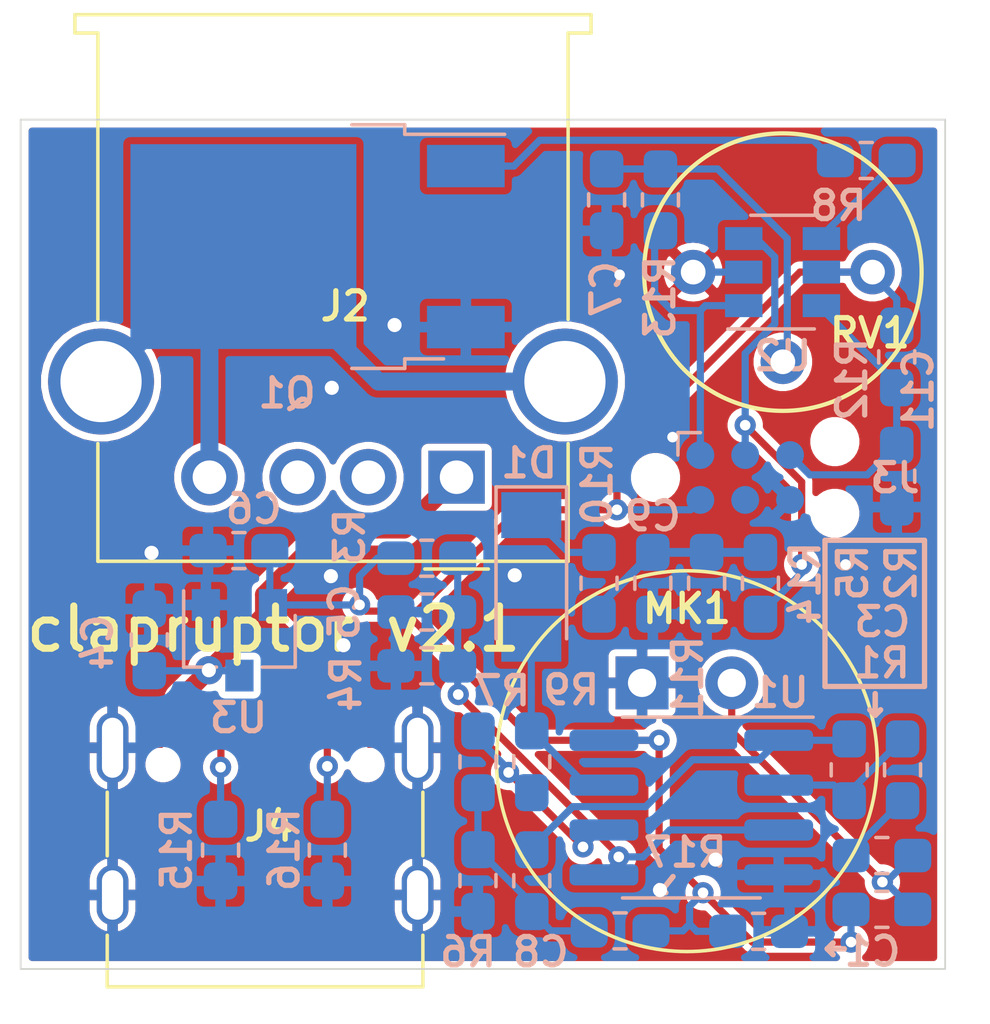
<source format=kicad_pcb>
(kicad_pcb (version 20171130) (host pcbnew "(5.1.8-0-10_14)")
  (layers (0 F.Cu signal) (31 B.Cu signal) (34 B.Paste user) (35 F.Paste user) (36 B.SilkS user) (37 F.SilkS user) (38 B.Mask user) (39 F.Mask user) (44 Edge.Cuts user))
  (net 0 "")
  (net 1 GND)
  (net 2 "Net-(C3-Pad2)")
  (net 3 "Net-(C3-Pad1)")
  (net 4 VCC)
  (net 5 Vref)
  (net 6 "Net-(C8-Pad2)")
  (net 7 "Net-(C8-Pad1)")
  (net 8 sig)
  (net 9 "Net-(D1-Pad2)")
  (net 10 "Net-(D1-Pad1)")
  (net 11 Vswitch)
  (net 12 "Net-(Q1-Pad1)")
  (net 13 "Net-(R2-Pad1)")
  (net 14 "Net-(R7-Pad1)")
  (net 15 ctrl)
  (net 16 nReset)
  (net 17 tpiclk)
  (net 18 tpidata)
  (net 19 "Net-(J2-Pad3)")
  (net 20 "Net-(J2-Pad2)")
  (net 21 "Net-(J3-Pad4)")
  (net 22 "Net-(J4-PadB5)")
  (net 23 "Net-(J4-PadB6)")
  (net 24 "Net-(J4-PadA8)")
  (net 25 "Net-(J4-PadA5)")
  (net 26 "Net-(J4-PadB8)")
  (net 27 "Net-(J4-PadA7)")
  (net 28 "Net-(J4-PadA6)")
  (net 29 "Net-(J4-PadB7)")
  (net 30 vCPU)
  (net 31 1.1v)
  (module Resistor_SMD:R_0603_1608Metric_Pad1.05x0.95mm_HandSolder (layer B.Cu) (at 168.656 79.897 90)
    (fp_text reference R12 (at -0.635 -1.27 270) (layer B.SilkS) (effects (font (size 0.8 0.8)) (justify mirror)))
    (fp_text value 10k)
    (fp_line (start -0.171267 0.51) (end 0.171267 0.51) (layer B.SilkS) (width 0.1))
    (fp_line (start -0.171267 -0.51) (end 0.171267 -0.51) (layer B.SilkS) (width 0.1))
    (pad 2 smd roundrect (at 0.875 0 90) (size 1.05 0.95) (layers B.Cu B.Paste B.Mask) (net 30 vCPU))
    (pad 1 smd roundrect (at -0.875 0 90) (size 1.05 0.95) (layers B.Cu B.Paste B.Mask) (net 16 nReset))
  )
  (module Potentiometer_THT:Potentiometer_Bourns_3339P_Vertical (layer F.Cu) (at 167.9702 77.4954 90)
    (fp_text reference RV1 (at -1.7272 -0.0762 180) (layer F.SilkS) (effects (font (size 0.8 0.8))))
    (fp_text value 20k)
    (fp_circle (center 0 -2.54) (end 3.93 -2.54) (layer F.SilkS) (width 0.12))
    (pad 1 thru_hole circle (at 0 0 90) (size 1.26 1.26) (drill 0.7) (layers *.Cu *.Mask) (net 30 vCPU))
    (pad 2 thru_hole circle (at -2.54 -2.54 90) (size 1.26 1.26) (drill 0.7) (layers *.Cu *.Mask) (net 5 Vref))
    (pad 3 thru_hole circle (at 0 -5.08 90) (size 1.26 1.26) (drill 0.7) (layers *.Cu *.Mask) (net 1 GND))
  )
  (module Resistor_SMD:R_0603_1608Metric_Pad1.05x0.95mm_HandSolder (layer B.Cu) (at 167.7924 74.3344)
    (fp_text reference R8 (at -0.7874 1.2814 180) (layer B.SilkS) (effects (font (size 0.8 0.8)) (justify mirror)))
    (fp_text value 330)
    (fp_line (start -0.171267 0.51) (end 0.171267 0.51) (layer B.SilkS) (width 0.1))
    (fp_line (start -0.171267 -0.51) (end 0.171267 -0.51) (layer B.SilkS) (width 0.1))
    (pad 2 smd roundrect (at 0.875 0) (size 1.05 0.95) (layers B.Cu B.Paste B.Mask) (net 15 ctrl))
    (pad 1 smd roundrect (at -0.875 0) (size 1.05 0.95) (layers B.Cu B.Paste B.Mask) (net 12 "Net-(Q1-Pad1)"))
  )
  (module Capacitor_SMD:C_0603_1608Metric_Pad1.05x0.95mm_HandSolder (layer B.Cu) (at 164.7431 96.1644)
    (fp_text reference C1 (at 3.2271 0.5715 180) (layer B.SilkS) (effects (font (size 0.8 0.8)) (justify mirror)))
    (fp_text value 100nF)
    (fp_line (start -0.171267 0.51) (end 0.171267 0.51) (layer B.SilkS) (width 0.1))
    (fp_line (start -0.171267 -0.51) (end 0.171267 -0.51) (layer B.SilkS) (width 0.1))
    (pad 2 smd roundrect (at 0.875 0) (size 1.05 0.95) (layers B.Cu B.Paste B.Mask) (net 1 GND))
    (pad 1 smd roundrect (at -0.875 0) (size 1.05 0.95) (layers B.Cu B.Paste B.Mask) (net 30 vCPU))
  )
  (module Resistor_SMD:R_0603_1608Metric_Pad1.05x0.95mm_HandSolder (layer B.Cu) (at 158.3182 91.3625 270)
    (fp_text reference R9 (at -2.0307 -1.1176 180) (layer B.SilkS) (effects (font (size 0.8 0.8)) (justify mirror)))
    (fp_text value 20k)
    (fp_line (start -0.171267 0.51) (end 0.171267 0.51) (layer B.SilkS) (width 0.1))
    (fp_line (start -0.171267 -0.51) (end 0.171267 -0.51) (layer B.SilkS) (width 0.1))
    (pad 2 smd roundrect (at 0.875 0 270) (size 1.05 0.95) (layers B.Cu B.Paste B.Mask) (net 14 "Net-(R7-Pad1)"))
    (pad 1 smd roundrect (at -0.875 0 270) (size 1.05 0.95) (layers B.Cu B.Paste B.Mask) (net 9 "Net-(D1-Pad2)"))
  )
  (module Package_DIP:electret_microphone_10mm (layer F.Cu) (at 162.7124 89.1286 270)
    (fp_text reference MK1 (at -2.1 0) (layer F.SilkS) (effects (font (size 0.8 0.8))))
    (fp_text value Microphone_Condenser)
    (fp_circle (center 2.216894 0) (end -0.835073 -4.445) (layer F.SilkS) (width 0.1))
    (pad 1 thru_hole rect (at 0 1.27 270) (size 1.5 1.5) (drill 0.8) (layers *.Cu *.Mask) (net 1 GND))
    (pad 2 thru_hole oval (at 0 -1.27 270) (size 1.5 1.5) (drill 0.8) (layers *.Cu *.Mask) (net 2 "Net-(C3-Pad2)"))
  )
  (module Resistor_SMD:R_0603_1608Metric_Pad1.05x0.95mm_HandSolder (layer B.Cu) (at 163.2712 86.3079 90)
    (fp_text reference R11 (at -2.6683 -0.5334 270) (layer B.SilkS) (effects (font (size 0.8 0.8)) (justify mirror)))
    (fp_text value 1M)
    (fp_line (start -0.171267 0.51) (end 0.171267 0.51) (layer B.SilkS) (width 0.1))
    (fp_line (start -0.171267 -0.51) (end 0.171267 -0.51) (layer B.SilkS) (width 0.1))
    (pad 2 smd roundrect (at 0.875 0 90) (size 1.05 0.95) (layers B.Cu B.Paste B.Mask) (net 8 sig))
    (pad 1 smd roundrect (at -0.875 0 90) (size 1.05 0.95) (layers B.Cu B.Paste B.Mask) (net 1 GND))
  )
  (module Capacitor_SMD:C_0603_1608Metric_Pad1.05x0.95mm_HandSolder (layer B.Cu) (at 161.7472 86.3079 90)
    (fp_text reference C9 (at 1.9037 0) (layer B.SilkS) (effects (font (size 0.8 0.8)) (justify mirror)))
    (fp_text value 47nF)
    (fp_line (start -0.171267 0.51) (end 0.171267 0.51) (layer B.SilkS) (width 0.1))
    (fp_line (start -0.171267 -0.51) (end 0.171267 -0.51) (layer B.SilkS) (width 0.1))
    (pad 2 smd roundrect (at 0.875 0 90) (size 1.05 0.95) (layers B.Cu B.Paste B.Mask) (net 8 sig))
    (pad 1 smd roundrect (at -0.875 0 90) (size 1.05 0.95) (layers B.Cu B.Paste B.Mask) (net 1 GND))
  )
  (module Resistor_SMD:R_0603_1608Metric_Pad1.05x0.95mm_HandSolder (layer B.Cu) (at 164.7952 86.3079 90)
    (fp_text reference R14 (at -0.0013 1.27 90) (layer B.SilkS) (effects (font (size 0.8 0.8)) (justify mirror)))
    (fp_text value 1k)
    (fp_line (start -0.171267 0.51) (end 0.171267 0.51) (layer B.SilkS) (width 0.1))
    (fp_line (start -0.171267 -0.51) (end 0.171267 -0.51) (layer B.SilkS) (width 0.1))
    (pad 2 smd roundrect (at 0.875 0 90) (size 1.05 0.95) (layers B.Cu B.Paste B.Mask) (net 8 sig))
    (pad 1 smd roundrect (at -0.875 0 90) (size 1.05 0.95) (layers B.Cu B.Paste B.Mask) (net 17 tpiclk))
  )
  (module Resistor_SMD:R_0603_1608Metric_Pad1.05x0.95mm_HandSolder (layer B.Cu) (at 160.8201 96.1517)
    (fp_text reference R17 (at 1.8415 -2.2225 180) (layer B.SilkS) (effects (font (size 0.8 0.8)) (justify mirror)))
    (fp_text value 1k)
    (fp_line (start -0.171267 0.51) (end 0.171267 0.51) (layer B.SilkS) (width 0.1))
    (fp_line (start -0.171267 -0.51) (end 0.171267 -0.51) (layer B.SilkS) (width 0.1))
    (pad 2 smd roundrect (at 0.875 0) (size 1.05 0.95) (layers B.Cu B.Paste B.Mask) (net 30 vCPU))
    (pad 1 smd roundrect (at -0.875 0) (size 1.05 0.95) (layers B.Cu B.Paste B.Mask) (net 7 "Net-(C8-Pad1)"))
  )
  (module Capacitor_SMD:C_0603_1608Metric_Pad1.05x0.95mm_HandSolder (layer B.Cu) (at 168.656 83.2752 270)
    (fp_text reference C11 (at -2.427 -0.6096 270) (layer B.SilkS) (effects (font (size 0.8 0.8)) (justify mirror)))
    (fp_text value 1uF)
    (fp_line (start -0.171267 0.51) (end 0.171267 0.51) (layer B.SilkS) (width 0.1))
    (fp_line (start -0.171267 -0.51) (end 0.171267 -0.51) (layer B.SilkS) (width 0.1))
    (pad 2 smd roundrect (at 0.875 0 270) (size 1.05 0.95) (layers B.Cu B.Paste B.Mask) (net 1 GND))
    (pad 1 smd roundrect (at -0.875 0 270) (size 1.05 0.95) (layers B.Cu B.Paste B.Mask) (net 16 nReset))
  )
  (module Diode_SMD:D_MiniMELF (layer B.Cu) (at 158.3055 86.1288 270)
    (fp_text reference D1 (at -3.2232 0.0635) (layer B.SilkS) (effects (font (size 0.8 0.8)) (justify mirror)))
    (fp_text value LL4148)
    (fp_line (start 1.75 1) (end -2.55 1) (layer B.SilkS) (width 0.1))
    (fp_line (start -2.55 1) (end -2.55 -1) (layer B.SilkS) (width 0.1))
    (fp_line (start -2.55 -1) (end 1.75 -1) (layer B.SilkS) (width 0.1))
    (pad 2 smd rect (at 1.75 0 270) (size 1.3 1.7) (layers B.Cu B.Paste B.Mask) (net 9 "Net-(D1-Pad2)"))
    (pad 1 smd rect (at -1.75 0 270) (size 1.3 1.7) (layers B.Cu B.Paste B.Mask) (net 10 "Net-(D1-Pad1)"))
  )
  (module Resistor_SMD:R_0603_1608Metric_Pad1.05x0.95mm_HandSolder (layer B.Cu) (at 152.527 93.8644 90)
    (fp_text reference R16 (at 0.0114 -1.2192 270) (layer B.SilkS) (effects (font (size 0.8 0.8)) (justify mirror)))
    (fp_text value 5.1k)
    (fp_line (start -0.171267 0.51) (end 0.171267 0.51) (layer B.SilkS) (width 0.1))
    (fp_line (start -0.171267 -0.51) (end 0.171267 -0.51) (layer B.SilkS) (width 0.1))
    (pad 2 smd roundrect (at 0.875 0 90) (size 1.05 0.95) (layers B.Cu B.Paste B.Mask) (net 22 "Net-(J4-PadB5)"))
    (pad 1 smd roundrect (at -0.875 0 90) (size 1.05 0.95) (layers B.Cu B.Paste B.Mask) (net 1 GND))
  )
  (module Resistor_SMD:R_0603_1608Metric_Pad1.05x0.95mm_HandSolder (layer B.Cu) (at 149.5044 93.8644 90)
    (fp_text reference R15 (at 0.0114 -1.2446 270) (layer B.SilkS) (effects (font (size 0.8 0.8)) (justify mirror)))
    (fp_text value 5.1k)
    (fp_line (start -0.171267 0.51) (end 0.171267 0.51) (layer B.SilkS) (width 0.1))
    (fp_line (start -0.171267 -0.51) (end 0.171267 -0.51) (layer B.SilkS) (width 0.1))
    (pad 2 smd roundrect (at 0.875 0 90) (size 1.05 0.95) (layers B.Cu B.Paste B.Mask) (net 25 "Net-(J4-PadA5)"))
    (pad 1 smd roundrect (at -0.875 0 90) (size 1.05 0.95) (layers B.Cu B.Paste B.Mask) (net 1 GND))
  )
  (module Connector_USB:USB_C_Receptacle_Palconn_UTC16-G (layer F.Cu) (at 150.7637 92.8957)
    (fp_text reference J4 (at 0.1123 0.2969) (layer F.SilkS) (effects (font (size 0.8 0.8))))
    (fp_text value USB_C_Receptacle_USB2.0)
    (fp_line (start 4.47 4.84) (end -4.47 4.84) (layer F.SilkS) (width 0.1))
    (fp_line (start 4.47 -0.67) (end 4.47 1.13) (layer F.SilkS) (width 0.1))
    (fp_line (start 4.47 4.84) (end 4.47 3.38) (layer F.SilkS) (width 0.1))
    (fp_line (start -4.47 4.84) (end -4.47 3.38) (layer F.SilkS) (width 0.1))
    (fp_line (start -4.47 -0.67) (end -4.47 1.13) (layer F.SilkS) (width 0.1))
    (pad A12 smd rect (at 3.2 -2.51) (size 0.6 1.16) (layers F.Cu F.Paste F.Mask) (net 1 GND))
    (pad A9 smd rect (at 2.4 -2.51) (size 0.6 1.16) (layers F.Cu F.Paste F.Mask) (net 4 VCC))
    (pad B1 smd rect (at 3.2 -2.51) (size 0.6 1.16) (layers F.Cu F.Paste F.Mask) (net 1 GND))
    (pad B4 smd rect (at 2.4 -2.51) (size 0.6 1.16) (layers F.Cu F.Paste F.Mask) (net 4 VCC))
    (pad B12 smd rect (at -3.2 -2.51) (size 0.6 1.16) (layers F.Cu F.Paste F.Mask) (net 1 GND))
    (pad A1 smd rect (at -3.2 -2.51) (size 0.6 1.16) (layers F.Cu F.Paste F.Mask) (net 1 GND))
    (pad B9 smd rect (at -2.4 -2.51) (size 0.6 1.16) (layers F.Cu F.Paste F.Mask) (net 4 VCC))
    (pad A4 smd rect (at -2.4 -2.51) (size 0.6 1.16) (layers F.Cu F.Paste F.Mask) (net 4 VCC))
    (pad "" np_thru_hole circle (at -2.89 -1.45 180) (size 0.6 0.6) (drill 0.6) (layers *.Cu *.Mask))
    (pad "" np_thru_hole circle (at 2.89 -1.45 180) (size 0.6 0.6) (drill 0.6) (layers *.Cu *.Mask))
    (pad B5 smd rect (at 1.75 -2.51 180) (size 0.3 1.16) (layers F.Cu F.Paste F.Mask) (net 22 "Net-(J4-PadB5)"))
    (pad B6 smd rect (at 0.75 -2.51 180) (size 0.3 1.16) (layers F.Cu F.Paste F.Mask) (net 23 "Net-(J4-PadB6)"))
    (pad A8 smd rect (at 1.25 -2.51 180) (size 0.3 1.16) (layers F.Cu F.Paste F.Mask) (net 24 "Net-(J4-PadA8)"))
    (pad A5 smd rect (at -1.25 -2.51 180) (size 0.3 1.16) (layers F.Cu F.Paste F.Mask) (net 25 "Net-(J4-PadA5)"))
    (pad B8 smd rect (at -1.75 -2.51 180) (size 0.3 1.16) (layers F.Cu F.Paste F.Mask) (net 26 "Net-(J4-PadB8)"))
    (pad A7 smd rect (at 0.25 -2.51 180) (size 0.3 1.16) (layers F.Cu F.Paste F.Mask) (net 27 "Net-(J4-PadA7)"))
    (pad A6 smd rect (at -0.25 -2.51 180) (size 0.3 1.16) (layers F.Cu F.Paste F.Mask) (net 28 "Net-(J4-PadA6)"))
    (pad B7 smd rect (at -0.75 -2.51 180) (size 0.3 1.16) (layers F.Cu F.Paste F.Mask) (net 29 "Net-(J4-PadB7)"))
    (pad S1 thru_hole oval (at 4.32 2.24 90) (size 1.7 0.9) (drill oval 1.4 0.6) (layers *.Cu *.Mask) (net 1 GND))
    (pad S1 thru_hole oval (at -4.32 2.24 90) (size 1.7 0.9) (drill oval 1.4 0.6) (layers *.Cu *.Mask) (net 1 GND))
    (pad S1 thru_hole oval (at 4.32 -1.93 90) (size 2 0.9) (drill oval 1.7 0.6) (layers *.Cu *.Mask) (net 1 GND))
    (pad S1 thru_hole oval (at -4.32 -1.93 90) (size 2 0.9) (drill oval 1.7 0.6) (layers *.Cu *.Mask) (net 1 GND))
  )
  (module Connector:Tag-Connect_TC2030-IDC-NL_2x03_P1.27mm_Vertical (layer B.Cu) (at 164.3634 83.312)
    (fp_text reference J3 (at 4.2418 0.0127) (layer B.SilkS) (effects (font (size 0.8 0.8)) (justify mirror)))
    (fp_text value AVR-TPI-6)
    (fp_line (start -1.27 -1.27) (end -1.905 -1.27) (layer B.SilkS) (width 0.1))
    (fp_line (start -1.905 -1.27) (end -1.905 -0.635) (layer B.SilkS) (width 0.1))
    (pad 6 connect circle (at 1.27 0.635) (size 0.7874 0.7874) (layers B.Cu B.Mask) (net 1 GND))
    (pad 5 connect circle (at 1.27 -0.635) (size 0.7874 0.7874) (layers B.Cu B.Mask) (net 16 nReset))
    (pad 4 connect circle (at 0 0.635) (size 0.7874 0.7874) (layers B.Cu B.Mask) (net 21 "Net-(J3-Pad4)"))
    (pad 3 connect circle (at 0 -0.635) (size 0.7874 0.7874) (layers B.Cu B.Mask) (net 17 tpiclk))
    (pad 2 connect circle (at -1.27 0.635) (size 0.7874 0.7874) (layers B.Cu B.Mask) (net 30 vCPU))
    (pad 1 connect circle (at -1.27 -0.635) (size 0.7874 0.7874) (layers B.Cu B.Mask) (net 18 tpidata))
    (pad "" np_thru_hole circle (at -2.54 0) (size 0.9906 0.9906) (drill 0.9906) (layers *.Cu *.Mask))
    (pad "" np_thru_hole circle (at 2.54 -1.016) (size 0.9906 0.9906) (drill 0.9906) (layers *.Cu *.Mask))
    (pad "" np_thru_hole circle (at 2.54 1.016) (size 0.9906 0.9906) (drill 0.9906) (layers *.Cu *.Mask))
  )
  (module Resistor_SMD:R_0603_1608Metric_Pad1.05x0.95mm_HandSolder (layer B.Cu) (at 161.9631 75.4494 90)
    (fp_text reference R13 (at -2.7572 -0.0127 90) (layer B.SilkS) (effects (font (size 0.8 0.8)) (justify mirror)))
    (fp_text value 1k)
    (fp_line (start -0.171267 0.51) (end 0.171267 0.51) (layer B.SilkS) (width 0.1))
    (fp_line (start -0.171267 -0.51) (end 0.171267 -0.51) (layer B.SilkS) (width 0.1))
    (pad 2 smd roundrect (at 0.875 0 90) (size 1.05 0.95) (layers B.Cu B.Paste B.Mask) (net 5 Vref))
    (pad 1 smd roundrect (at -0.875 0 90) (size 1.05 0.95) (layers B.Cu B.Paste B.Mask) (net 18 tpidata))
  )
  (module Package_TO_SOT_SMD:SOT-23 (layer B.Cu) (at 150.0378 87.9221 270)
    (fp_text reference U3 (at 2.1971 0.0254) (layer B.SilkS) (effects (font (size 0.8 0.8)) (justify mirror)))
    (fp_text value XC6206PxxxMR)
    (fp_line (start 0.76 -1.58) (end 0.76 -0.65) (layer B.SilkS) (width 0.1))
    (fp_line (start 0.76 1.58) (end 0.76 0.65) (layer B.SilkS) (width 0.1))
    (fp_line (start 0.76 1.58) (end -1.4 1.58) (layer B.SilkS) (width 0.1))
    (fp_line (start 0.76 -1.58) (end -0.7 -1.58) (layer B.SilkS) (width 0.1))
    (pad 3 smd rect (at 1 0 270) (size 0.9 0.8) (layers B.Cu B.Paste B.Mask) (net 4 VCC))
    (pad 2 smd rect (at -1 -0.95 270) (size 0.9 0.8) (layers B.Cu B.Paste B.Mask) (net 30 vCPU))
    (pad 1 smd rect (at -1 0.95 270) (size 0.9 0.8) (layers B.Cu B.Paste B.Mask) (net 1 GND))
  )
  (module Package_TO_SOT_SMD:SOT-23-6 (layer B.Cu) (at 165.4224 77.4954)
    (fp_text reference U2 (at 0.0049 2.3749 180) (layer B.SilkS) (effects (font (size 0.8 0.8)) (justify mirror)))
    (fp_text value ATtiny10-TS)
    (fp_line (start -0.9 -1.61) (end 0.9 -1.61) (layer B.SilkS) (width 0.1))
    (fp_line (start 0.9 1.61) (end -1.55 1.61) (layer B.SilkS) (width 0.1))
    (pad 5 smd rect (at 1.1 0) (size 1.06 0.65) (layers B.Cu B.Paste B.Mask) (net 30 vCPU))
    (pad 6 smd rect (at 1.1 0.95) (size 1.06 0.65) (layers B.Cu B.Paste B.Mask) (net 16 nReset))
    (pad 4 smd rect (at 1.1 -0.95) (size 1.06 0.65) (layers B.Cu B.Paste B.Mask) (net 15 ctrl))
    (pad 3 smd rect (at -1.1 -0.95) (size 1.06 0.65) (layers B.Cu B.Paste B.Mask) (net 17 tpiclk))
    (pad 2 smd rect (at -1.1 0) (size 1.06 0.65) (layers B.Cu B.Paste B.Mask) (net 1 GND))
    (pad 1 smd rect (at -1.1 0.95) (size 1.06 0.65) (layers B.Cu B.Paste B.Mask) (net 18 tpidata))
  )
  (module Package_SO:SOIC-8_3.9x4.9mm_P1.27mm (layer B.Cu) (at 162.8379 92.6592 180)
    (fp_text reference U1 (at -2.5161 3.2512) (layer B.SilkS) (effects (font (size 0.8 0.8)) (justify mirror)))
    (fp_text value LM358)
    (fp_line (start 0 -2.56) (end 1.95 -2.56) (layer B.SilkS) (width 0.1))
    (fp_line (start 0 -2.56) (end -1.95 -2.56) (layer B.SilkS) (width 0.1))
    (fp_line (start 0 2.56) (end 1.95 2.56) (layer B.SilkS) (width 0.1))
    (fp_line (start 0 2.56) (end -3.45 2.56) (layer B.SilkS) (width 0.1))
    (pad 8 smd roundrect (at 2.475 1.905 180) (size 1.95 0.6) (layers B.Cu B.Paste B.Mask) (net 30 vCPU))
    (pad 7 smd roundrect (at 2.475 0.635 180) (size 1.95 0.6) (layers B.Cu B.Paste B.Mask) (net 9 "Net-(D1-Pad2)"))
    (pad 6 smd roundrect (at 2.475 -0.635 180) (size 1.95 0.6) (layers B.Cu B.Paste B.Mask) (net 14 "Net-(R7-Pad1)"))
    (pad 5 smd roundrect (at 2.475 -1.905 180) (size 1.95 0.6) (layers B.Cu B.Paste B.Mask) (net 31 1.1v))
    (pad 4 smd roundrect (at -2.475 -1.905 180) (size 1.95 0.6) (layers B.Cu B.Paste B.Mask) (net 1 GND))
    (pad 3 smd roundrect (at -2.475 -0.635 180) (size 1.95 0.6) (layers B.Cu B.Paste B.Mask) (net 31 1.1v))
    (pad 2 smd roundrect (at -2.475 0.635 180) (size 1.95 0.6) (layers B.Cu B.Paste B.Mask) (net 13 "Net-(R2-Pad1)"))
    (pad 1 smd roundrect (at -2.475 1.905 180) (size 1.95 0.6) (layers B.Cu B.Paste B.Mask) (net 6 "Net-(C8-Pad2)"))
  )
  (module Resistor_SMD:R_0603_1608Metric_Pad1.05x0.95mm_HandSolder (layer B.Cu) (at 160.2232 86.3079 90)
    (fp_text reference R10 (at 2.8181 -0.0508 90) (layer B.SilkS) (effects (font (size 0.8 0.8)) (justify mirror)))
    (fp_text value 5.1k)
    (fp_line (start -0.171267 0.51) (end 0.171267 0.51) (layer B.SilkS) (width 0.1))
    (fp_line (start -0.171267 -0.51) (end 0.171267 -0.51) (layer B.SilkS) (width 0.1))
    (pad 2 smd roundrect (at 0.875 0 90) (size 1.05 0.95) (layers B.Cu B.Paste B.Mask) (net 10 "Net-(D1-Pad1)"))
    (pad 1 smd roundrect (at -0.875 0 90) (size 1.05 0.95) (layers B.Cu B.Paste B.Mask) (net 8 sig))
  )
  (module Resistor_SMD:R_0603_1608Metric_Pad1.05x0.95mm_HandSolder (layer B.Cu) (at 156.7942 91.3651 270)
    (fp_text reference R7 (at -2.0079 -0.6858) (layer B.SilkS) (effects (font (size 0.8 0.8)) (justify mirror)))
    (fp_text value 10k)
    (fp_line (start -0.171267 0.51) (end 0.171267 0.51) (layer B.SilkS) (width 0.1))
    (fp_line (start -0.171267 -0.51) (end 0.171267 -0.51) (layer B.SilkS) (width 0.1))
    (pad 2 smd roundrect (at 0.875 0 270) (size 1.05 0.95) (layers B.Cu B.Paste B.Mask) (net 7 "Net-(C8-Pad1)"))
    (pad 1 smd roundrect (at -0.875 0 270) (size 1.05 0.95) (layers B.Cu B.Paste B.Mask) (net 14 "Net-(R7-Pad1)"))
  )
  (module Resistor_SMD:R_0603_1608Metric_Pad1.05x0.95mm_HandSolder (layer B.Cu) (at 156.7942 94.728 90)
    (fp_text reference R6 (at -2.0206 -0.2794) (layer B.SilkS) (effects (font (size 0.8 0.8)) (justify mirror)))
    (fp_text value 510)
    (fp_line (start -0.171267 0.51) (end 0.171267 0.51) (layer B.SilkS) (width 0.1))
    (fp_line (start -0.171267 -0.51) (end 0.171267 -0.51) (layer B.SilkS) (width 0.1))
    (pad 2 smd roundrect (at 0.875 0 90) (size 1.05 0.95) (layers B.Cu B.Paste B.Mask) (net 7 "Net-(C8-Pad1)"))
    (pad 1 smd roundrect (at -0.875 0 90) (size 1.05 0.95) (layers B.Cu B.Paste B.Mask) (net 1 GND))
  )
  (module Resistor_SMD:R_0603_1608Metric_Pad1.05x0.95mm_HandSolder (layer B.Cu) (at 167.3098 91.5911 270)
    (fp_text reference R5 (at -5.5867 -0.1016 90) (layer B.SilkS) (effects (font (size 0.8 0.8)) (justify mirror)))
    (fp_text value 470k)
    (fp_line (start -0.171267 0.51) (end 0.171267 0.51) (layer B.SilkS) (width 0.1))
    (fp_line (start -0.171267 -0.51) (end 0.171267 -0.51) (layer B.SilkS) (width 0.1))
    (pad 2 smd roundrect (at 0.875 0 270) (size 1.05 0.95) (layers B.Cu B.Paste B.Mask) (net 13 "Net-(R2-Pad1)"))
    (pad 1 smd roundrect (at -0.875 0 270) (size 1.05 0.95) (layers B.Cu B.Paste B.Mask) (net 6 "Net-(C8-Pad2)"))
  )
  (module Resistor_SMD:R_0603_1608Metric_Pad1.05x0.95mm_HandSolder (layer B.Cu) (at 155.34516 88.646)
    (fp_text reference R4 (at -2.28476 0.508 90) (layer B.SilkS) (effects (font (size 0.8 0.8)) (justify mirror)))
    (fp_text value 10k)
    (fp_line (start -0.171267 0.51) (end 0.171267 0.51) (layer B.SilkS) (width 0.1))
    (fp_line (start -0.171267 -0.51) (end 0.171267 -0.51) (layer B.SilkS) (width 0.1))
    (pad 2 smd roundrect (at 0.875 0) (size 1.05 0.95) (layers B.Cu B.Paste B.Mask) (net 31 1.1v))
    (pad 1 smd roundrect (at -0.875 0) (size 1.05 0.95) (layers B.Cu B.Paste B.Mask) (net 1 GND))
  )
  (module Resistor_SMD:R_0603_1608Metric_Pad1.05x0.95mm_HandSolder (layer B.Cu) (at 155.34516 85.598 180)
    (fp_text reference R3 (at 2.18316 0.6096 90) (layer B.SilkS) (effects (font (size 0.8 0.8)) (justify mirror)))
    (fp_text value 20k)
    (fp_line (start -0.171267 0.51) (end 0.171267 0.51) (layer B.SilkS) (width 0.1))
    (fp_line (start -0.171267 -0.51) (end 0.171267 -0.51) (layer B.SilkS) (width 0.1))
    (pad 2 smd roundrect (at 0.875 0 180) (size 1.05 0.95) (layers B.Cu B.Paste B.Mask) (net 30 vCPU))
    (pad 1 smd roundrect (at -0.875 0 180) (size 1.05 0.95) (layers B.Cu B.Paste B.Mask) (net 31 1.1v))
  )
  (module Resistor_SMD:R_0603_1608Metric_Pad1.05x0.95mm_HandSolder (layer B.Cu) (at 168.8211 91.5911 270)
    (fp_text reference R2 (at -5.5867 0.0381 270) (layer B.SilkS) (effects (font (size 0.8 0.8)) (justify mirror)))
    (fp_text value 10k)
    (fp_line (start -0.171267 0.51) (end 0.171267 0.51) (layer B.SilkS) (width 0.1))
    (fp_line (start -0.171267 -0.51) (end 0.171267 -0.51) (layer B.SilkS) (width 0.1))
    (pad 2 smd roundrect (at 0.875 0 270) (size 1.05 0.95) (layers B.Cu B.Paste B.Mask) (net 3 "Net-(C3-Pad1)"))
    (pad 1 smd roundrect (at -0.875 0 270) (size 1.05 0.95) (layers B.Cu B.Paste B.Mask) (net 13 "Net-(R2-Pad1)"))
  )
  (module Resistor_SMD:R_0603_1608Metric_Pad1.05x0.95mm_HandSolder (layer B.Cu) (at 168.2356 95.5421)
    (fp_text reference R1 (at 0 -6.9723) (layer B.SilkS) (effects (font (size 0.8 0.8)) (justify mirror)))
    (fp_text value 2.2k)
    (fp_line (start -0.171267 0.51) (end 0.171267 0.51) (layer B.SilkS) (width 0.1))
    (fp_line (start -0.171267 -0.51) (end 0.171267 -0.51) (layer B.SilkS) (width 0.1))
    (pad 2 smd roundrect (at 0.875 0) (size 1.05 0.95) (layers B.Cu B.Paste B.Mask) (net 2 "Net-(C3-Pad2)"))
    (pad 1 smd roundrect (at -0.875 0) (size 1.05 0.95) (layers B.Cu B.Paste B.Mask) (net 30 vCPU))
  )
  (module Package_TO_SOT_SMD:TO-252-2 (layer B.Cu) (at 152.2507 76.7725 180)
    (fp_text reference Q1 (at 0.8667 -4.1519 180) (layer B.SilkS) (effects (font (size 0.8 0.8)) (justify mirror)))
    (fp_text value QM6006D)
    (fp_line (start -0.97 3.45) (end -2.47 3.45) (layer B.SilkS) (width 0.1))
    (fp_line (start -2.47 3.45) (end -2.47 3.18) (layer B.SilkS) (width 0.1))
    (fp_line (start -2.47 3.18) (end -5.3 3.18) (layer B.SilkS) (width 0.1))
    (fp_line (start -0.97 -3.45) (end -2.47 -3.45) (layer B.SilkS) (width 0.1))
    (fp_line (start -2.47 -3.45) (end -2.47 -3.18) (layer B.SilkS) (width 0.1))
    (fp_line (start -2.47 -3.18) (end -3.57 -3.18) (layer B.SilkS) (width 0.1))
    (pad 2 smd rect (at 2.1 0 180) (size 6.4 5.8) (layers B.Cu B.Mask) (net 11 Vswitch))
    (pad 3 smd rect (at -4.2 -2.28 180) (size 2.2 1.2) (layers B.Cu B.Paste B.Mask) (net 1 GND))
    (pad 1 smd rect (at -4.2 2.28 180) (size 2.2 1.2) (layers B.Cu B.Paste B.Mask) (net 12 "Net-(Q1-Pad1)"))
  )
  (module Connector_USB:USB_A_Molex_67643_Horizontal (layer F.Cu) (at 156.188 83.3042 180)
    (fp_text reference J2 (at 3.153 4.8436) (layer F.SilkS) (effects (font (size 0.8 0.8))))
    (fp_text value USB_A)
    (fp_line (start -3.16 12.58) (end -3.16 4.47) (layer F.SilkS) (width 0.1))
    (fp_line (start -3.16 12.58) (end -3.81 12.58) (layer F.SilkS) (width 0.1))
    (fp_line (start -3.16 -2.38) (end 10.16 -2.38) (layer F.SilkS) (width 0.1))
    (fp_line (start -3.16 -2.38) (end -3.16 0.95) (layer F.SilkS) (width 0.1))
    (fp_line (start 10.16 -2.38) (end 10.16 0.95) (layer F.SilkS) (width 0.1))
    (fp_line (start 10.81 13.1) (end 10.81 12.58) (layer F.SilkS) (width 0.1))
    (fp_line (start -3.81 13.1) (end 10.81 13.1) (layer F.SilkS) (width 0.1))
    (fp_line (start 10.16 4.47) (end 10.16 12.58) (layer F.SilkS) (width 0.1))
    (fp_line (start -3.81 12.58) (end -3.81 13.1) (layer F.SilkS) (width 0.1))
    (fp_line (start 10.81 12.58) (end 10.16 12.58) (layer F.SilkS) (width 0.1))
    (fp_line (start -0.9 -2.6) (end 0.9 -2.6) (layer F.SilkS) (width 0.1))
    (pad 4 thru_hole circle (at 7 0 180) (size 1.6 1.6) (drill 0.95) (layers *.Cu *.Mask) (net 11 Vswitch))
    (pad 3 thru_hole circle (at 4.5 0 180) (size 1.6 1.6) (drill 0.95) (layers *.Cu *.Mask) (net 19 "Net-(J2-Pad3)"))
    (pad 2 thru_hole circle (at 2.5 0 180) (size 1.6 1.6) (drill 0.95) (layers *.Cu *.Mask) (net 20 "Net-(J2-Pad2)"))
    (pad 1 thru_hole rect (at 0 0 180) (size 1.6 1.5) (drill 0.95) (layers *.Cu *.Mask) (net 4 VCC))
    (pad 5 thru_hole circle (at 10.07 2.71 180) (size 3 3) (drill 2.3) (layers *.Cu *.Mask) (net 11 Vswitch))
    (pad 5 thru_hole circle (at -3.07 2.71 180) (size 3 3) (drill 2.3) (layers *.Cu *.Mask) (net 11 Vswitch))
  )
  (module Capacitor_SMD:C_0603_1608Metric_Pad1.05x0.95mm_HandSolder (layer B.Cu) (at 158.3182 94.7306 90)
    (fp_text reference C8 (at -2.018 0.254) (layer B.SilkS) (effects (font (size 0.8 0.8)) (justify mirror)))
    (fp_text value 100nF)
    (fp_line (start -0.171267 0.51) (end 0.171267 0.51) (layer B.SilkS) (width 0.1))
    (fp_line (start -0.171267 -0.51) (end 0.171267 -0.51) (layer B.SilkS) (width 0.1))
    (pad 2 smd roundrect (at 0.875 0 90) (size 1.05 0.95) (layers B.Cu B.Paste B.Mask) (net 6 "Net-(C8-Pad2)"))
    (pad 1 smd roundrect (at -0.875 0 90) (size 1.05 0.95) (layers B.Cu B.Paste B.Mask) (net 7 "Net-(C8-Pad1)"))
  )
  (module Capacitor_SMD:C_0603_1608Metric_Pad1.05x0.95mm_HandSolder (layer B.Cu) (at 160.4391 75.4494 90)
    (fp_text reference C7 (at -2.5286 -0.0127 90) (layer B.SilkS) (effects (font (size 0.8 0.8)) (justify mirror)))
    (fp_text value 1nF)
    (fp_line (start -0.171267 0.51) (end 0.171267 0.51) (layer B.SilkS) (width 0.1))
    (fp_line (start -0.171267 -0.51) (end 0.171267 -0.51) (layer B.SilkS) (width 0.1))
    (pad 2 smd roundrect (at 0.875 0 90) (size 1.05 0.95) (layers B.Cu B.Paste B.Mask) (net 5 Vref))
    (pad 1 smd roundrect (at -0.875 0 90) (size 1.05 0.95) (layers B.Cu B.Paste B.Mask) (net 1 GND))
  )
  (module Capacitor_SMD:C_0603_1608Metric_Pad1.05x0.95mm_HandSolder (layer B.Cu) (at 150.0238 85.3821 180)
    (fp_text reference C6 (at -0.4204 1.1811 180) (layer B.SilkS) (effects (font (size 0.8 0.8)) (justify mirror)))
    (fp_text value 1uF)
    (fp_line (start -0.171267 0.51) (end 0.171267 0.51) (layer B.SilkS) (width 0.1))
    (fp_line (start -0.171267 -0.51) (end 0.171267 -0.51) (layer B.SilkS) (width 0.1))
    (pad 2 smd roundrect (at 0.875 0 180) (size 1.05 0.95) (layers B.Cu B.Paste B.Mask) (net 1 GND))
    (pad 1 smd roundrect (at -0.875 0 180) (size 1.05 0.95) (layers B.Cu B.Paste B.Mask) (net 30 vCPU))
  )
  (module Capacitor_SMD:C_0603_1608Metric_Pad1.05x0.95mm_HandSolder (layer B.Cu) (at 155.34516 87.122)
    (fp_text reference C5 (at -2.33556 0 90) (layer B.SilkS) (effects (font (size 0.8 0.8)) (justify mirror)))
    (fp_text value 1uF)
    (fp_line (start -0.171267 0.51) (end 0.171267 0.51) (layer B.SilkS) (width 0.1))
    (fp_line (start -0.171267 -0.51) (end 0.171267 -0.51) (layer B.SilkS) (width 0.1))
    (pad 2 smd roundrect (at 0.875 0) (size 1.05 0.95) (layers B.Cu B.Paste B.Mask) (net 31 1.1v))
    (pad 1 smd roundrect (at -0.875 0) (size 1.05 0.95) (layers B.Cu B.Paste B.Mask) (net 1 GND))
  )
  (module Capacitor_SMD:C_0603_1608Metric_Pad1.05x0.95mm_HandSolder (layer B.Cu) (at 147.4851 87.9107 90)
    (fp_text reference C4 (at -0.0749 -1.4605 -90) (layer B.SilkS) (effects (font (size 0.8 0.8)) (justify mirror)))
    (fp_text value 1uF)
    (fp_line (start -0.171267 0.51) (end 0.171267 0.51) (layer B.SilkS) (width 0.1))
    (fp_line (start -0.171267 -0.51) (end 0.171267 -0.51) (layer B.SilkS) (width 0.1))
    (pad 2 smd roundrect (at 0.875 0 90) (size 1.05 0.95) (layers B.Cu B.Paste B.Mask) (net 1 GND))
    (pad 1 smd roundrect (at -0.875 0 90) (size 1.05 0.95) (layers B.Cu B.Paste B.Mask) (net 4 VCC))
  )
  (module Capacitor_SMD:C_0603_1608Metric_Pad1.05x0.95mm_HandSolder (layer B.Cu) (at 168.2356 94.0181)
    (fp_text reference C3 (at 0.014 -6.6167) (layer B.SilkS) (effects (font (size 0.8 0.8)) (justify mirror)))
    (fp_text value 4.7uF)
    (fp_line (start -0.171267 0.51) (end 0.171267 0.51) (layer B.SilkS) (width 0.1))
    (fp_line (start -0.171267 -0.51) (end 0.171267 -0.51) (layer B.SilkS) (width 0.1))
    (pad 2 smd roundrect (at 0.875 0) (size 1.05 0.95) (layers B.Cu B.Paste B.Mask) (net 2 "Net-(C3-Pad2)"))
    (pad 1 smd roundrect (at -0.875 0) (size 1.05 0.95) (layers B.Cu B.Paste B.Mask) (net 3 "Net-(C3-Pad1)"))
  )
  (gr_text "clapruptor v2.1" (at 151.003 87.6046) (layer F.SilkS) (effects (font (size 1.2 1.2) (thickness 0.2))))
  (gr_line (start 166.6875 96.6597) (end 166.8526 96.8248) (layer B.SilkS) (width 0.155))
  (gr_line (start 166.6875 96.6597) (end 166.8526 96.4946) (layer B.SilkS) (width 0.155))
  (gr_line (start 167.1701 96.6597) (end 166.6875 96.6597) (layer B.SilkS) (width 0.155))
  (gr_line (start 161.9504 95.0722) (end 162.1155 95.0722) (layer B.SilkS) (width 0.155))
  (gr_line (start 161.9504 95.0722) (end 161.9123 94.869) (layer B.SilkS) (width 0.155))
  (gr_line (start 162.3187 94.615) (end 161.9504 95.0722) (layer B.SilkS) (width 0.155))
  (gr_line (start 168.0464 90.043) (end 168.1988 89.8906) (layer B.SilkS) (width 0.155))
  (gr_line (start 168.0464 90.043) (end 167.894 89.8906) (layer B.SilkS) (width 0.155))
  (gr_line (start 168.0464 89.4334) (end 168.0464 90.043) (layer B.SilkS) (width 0.155))
  (gr_line (start 166.624 89.2302) (end 166.624 85.09) (layer B.SilkS) (width 0.15))
  (gr_line (start 169.4434 89.2302) (end 166.624 89.2302) (layer B.SilkS) (width 0.15))
  (gr_line (start 169.4434 85.09) (end 169.4434 89.2302) (layer B.SilkS) (width 0.15))
  (gr_line (start 166.624 85.09) (end 169.4434 85.09) (layer B.SilkS) (width 0.15))
  (gr_line (start 170.0276 73.1774) (end 170.0276 97.2312) (layer Edge.Cuts) (width 0.05))
  (gr_line (start 143.8402 73.1774) (end 170.0276 73.1774) (layer Edge.Cuts) (width 0.05))
  (gr_line (start 143.8402 97.2312) (end 143.8402 73.1774) (layer Edge.Cuts) (width 0.05))
  (gr_line (start 170.0276 97.2312) (end 143.8402 97.2312) (layer Edge.Cuts) (width 0.05))
  (segment (start 148.926 87.0839) (end 149.0878 86.9221) (width 0.2032) (layer B.Cu) (net 1))
  (via (at 154.432 78.994) (size 0.8) (drill 0.4) (layers F.Cu B.Cu) (net 1))
  (via (at 152.654 80.772) (size 0.8) (drill 0.4) (layers F.Cu B.Cu) (net 1))
  (via (at 152.6286 86.106) (size 0.8) (drill 0.4) (layers F.Cu B.Cu) (net 1))
  (via (at 163.5252 94.1324) (size 0.8) (drill 0.4) (layers F.Cu B.Cu) (net 1))
  (via (at 147.5486 85.4456) (size 0.8) (drill 0.4) (layers F.Cu B.Cu) (net 1))
  (via (at 161.9504 94.996) (size 0.8) (drill 0.4) (layers F.Cu B.Cu) (net 1))
  (via (at 157.8356 86.0806) (size 0.8) (drill 0.4) (layers F.Cu B.Cu) (net 1))
  (via (at 152.9842 88.0618) (size 0.8) (drill 0.4) (layers F.Cu B.Cu) (net 1))
  (segment (start 164.2462 77.4954) (end 162.814 77.4954) (width 0.2032) (layer B.Cu) (net 1))
  (via (at 167.2082 85.7758) (size 0.6) (drill 0.3) (layers F.Cu B.Cu) (net 1))
  (via (at 160.8074 77.5716) (size 0.6) (drill 0.3) (layers F.Cu B.Cu) (net 1))
  (via (at 162.306 82.169) (size 0.6) (drill 0.3) (layers F.Cu B.Cu) (net 1))
  (via (at 168.2496 94.7674) (size 0.6) (drill 0.3) (layers F.Cu B.Cu) (net 2))
  (segment (start 168.3613 94.7674) (end 169.1106 94.0181) (width 0.2032) (layer B.Cu) (net 2))
  (segment (start 168.2496 94.7674) (end 168.3613 94.7674) (width 0.2032) (layer B.Cu) (net 2))
  (segment (start 168.3359 94.7674) (end 169.1106 95.5421) (width 0.2032) (layer B.Cu) (net 2))
  (segment (start 168.2496 94.7674) (end 168.3359 94.7674) (width 0.2032) (layer B.Cu) (net 2))
  (segment (start 163.9824 90.5002) (end 168.2496 94.7674) (width 0.2032) (layer F.Cu) (net 2))
  (segment (start 163.9824 89.1286) (end 163.9824 90.5002) (width 0.2032) (layer F.Cu) (net 2))
  (segment (start 167.3606 93.9266) (end 168.8211 92.4661) (width 0.2032) (layer B.Cu) (net 3))
  (segment (start 167.3606 94.0181) (end 167.3606 93.9266) (width 0.2032) (layer B.Cu) (net 3))
  (segment (start 149.9496 88.8339) (end 150.0378 88.9221) (width 0.2032) (layer B.Cu) (net 4))
  (segment (start 149.9014 88.7857) (end 150.0378 88.9221) (width 0.2032) (layer B.Cu) (net 4))
  (segment (start 148.8059 88.7857) (end 149.9014 88.7857) (width 0.2032) (layer B.Cu) (net 4))
  (segment (start 147.4851 88.7857) (end 148.8059 88.7857) (width 0.2032) (layer B.Cu) (net 4))
  (segment (start 150.477298 87.4649) (end 149.171699 88.770499) (width 0.508) (layer F.Cu) (net 4))
  (segment (start 148.3637 89.578498) (end 148.3637 90.3857) (width 0.508) (layer F.Cu) (net 4))
  (segment (start 149.171699 88.770499) (end 148.3637 89.578498) (width 0.508) (layer F.Cu) (net 4))
  (via (at 149.171699 88.770499) (size 0.8) (drill 0.4) (layers F.Cu B.Cu) (net 4))
  (segment (start 150.733799 87.208399) (end 150.477298 87.4649) (width 0.508) (layer F.Cu) (net 4))
  (segment (start 153.1637 89.6383) (end 150.733799 87.208399) (width 0.508) (layer F.Cu) (net 4))
  (segment (start 153.1637 90.3857) (end 153.1637 89.6383) (width 0.508) (layer F.Cu) (net 4))
  (segment (start 152.5778 84.7852) (end 150.733799 86.629201) (width 0.508) (layer F.Cu) (net 4))
  (segment (start 150.733799 86.629201) (end 150.733799 87.208399) (width 0.508) (layer F.Cu) (net 4))
  (segment (start 154.707 84.7852) (end 152.5778 84.7852) (width 0.508) (layer F.Cu) (net 4))
  (segment (start 156.188 83.3042) (end 154.707 84.7852) (width 0.508) (layer F.Cu) (net 4))
  (segment (start 161.9631 74.5744) (end 160.4391 74.5744) (width 0.2032) (layer B.Cu) (net 5))
  (segment (start 163.583082 74.5744) (end 161.9631 74.5744) (width 0.2032) (layer B.Cu) (net 5))
  (segment (start 165.4302 80.0354) (end 165.554811 79.910789) (width 0.2032) (layer B.Cu) (net 5))
  (segment (start 165.554811 76.546129) (end 163.583082 74.5744) (width 0.2032) (layer B.Cu) (net 5))
  (segment (start 165.554811 79.910789) (end 165.554811 76.546129) (width 0.2032) (layer B.Cu) (net 5))
  (segment (start 167.2717 90.7542) (end 167.3098 90.7161) (width 0.2032) (layer B.Cu) (net 6))
  (segment (start 165.3129 90.7542) (end 167.2717 90.7542) (width 0.2032) (layer B.Cu) (net 6))
  (segment (start 159.480336 92.6338) (end 158.3182 93.795936) (width 0.2032) (layer B.Cu) (net 6))
  (segment (start 165.3129 90.7542) (end 164.761299 91.305801) (width 0.2032) (layer B.Cu) (net 6))
  (segment (start 162.871999 91.305801) (end 161.544 92.6338) (width 0.2032) (layer B.Cu) (net 6))
  (segment (start 158.3182 93.795936) (end 158.3182 93.8556) (width 0.2032) (layer B.Cu) (net 6))
  (segment (start 161.544 92.6338) (end 159.480336 92.6338) (width 0.2032) (layer B.Cu) (net 6))
  (segment (start 164.761299 91.305801) (end 162.871999 91.305801) (width 0.2032) (layer B.Cu) (net 6))
  (segment (start 156.7942 92.2401) (end 156.7942 93.853) (width 0.2032) (layer B.Cu) (net 7))
  (segment (start 158.3182 95.377) (end 156.7942 93.853) (width 0.2032) (layer B.Cu) (net 7))
  (segment (start 158.3182 95.6056) (end 158.3182 95.377) (width 0.2032) (layer B.Cu) (net 7))
  (segment (start 158.8643 96.1517) (end 158.3182 95.6056) (width 0.2032) (layer B.Cu) (net 7))
  (segment (start 159.9451 96.1517) (end 158.8643 96.1517) (width 0.2032) (layer B.Cu) (net 7))
  (segment (start 164.7952 85.4329) (end 163.3601 85.4329) (width 0.25) (layer B.Cu) (net 8))
  (segment (start 163.3601 85.4329) (end 161.7472 85.4329) (width 0.25) (layer B.Cu) (net 8))
  (segment (start 160.2232 86.9569) (end 161.7472 85.4329) (width 0.25) (layer B.Cu) (net 8))
  (segment (start 160.2232 87.1829) (end 160.2232 86.9569) (width 0.25) (layer B.Cu) (net 8))
  (segment (start 159.8549 92.0242) (end 158.3182 90.4875) (width 0.2032) (layer B.Cu) (net 9))
  (segment (start 160.3629 92.0242) (end 159.8549 92.0242) (width 0.2032) (layer B.Cu) (net 9))
  (segment (start 158.3055 90.4748) (end 158.3182 90.4875) (width 0.2032) (layer B.Cu) (net 9))
  (segment (start 158.3055 87.8788) (end 158.3055 90.4748) (width 0.2032) (layer B.Cu) (net 9))
  (segment (start 159.3596 85.4329) (end 158.3055 84.3788) (width 0.2032) (layer B.Cu) (net 10))
  (segment (start 160.2232 85.4329) (end 159.3596 85.4329) (width 0.2032) (layer B.Cu) (net 10))
  (segment (start 149.9397 76.7725) (end 150.1507 76.7725) (width 0.508) (layer B.Cu) (net 11))
  (segment (start 146.118 80.5942) (end 149.9397 76.7725) (width 0.508) (layer B.Cu) (net 11))
  (segment (start 153.9724 80.5942) (end 150.1507 76.7725) (width 0.508) (layer B.Cu) (net 11))
  (segment (start 159.258 80.5942) (end 153.9724 80.5942) (width 0.508) (layer B.Cu) (net 11))
  (segment (start 149.188 77.7352) (end 150.1507 76.7725) (width 0.508) (layer B.Cu) (net 11))
  (segment (start 149.188 83.3042) (end 149.188 77.7352) (width 0.508) (layer B.Cu) (net 11))
  (segment (start 158.5411 73.7616) (end 157.8102 74.4925) (width 0.2032) (layer B.Cu) (net 12))
  (segment (start 166.2938 73.7616) (end 158.5411 73.7616) (width 0.2032) (layer B.Cu) (net 12))
  (segment (start 166.8666 74.3344) (end 166.2938 73.7616) (width 0.2032) (layer B.Cu) (net 12))
  (segment (start 166.9174 74.3344) (end 166.8666 74.3344) (width 0.2032) (layer B.Cu) (net 12))
  (segment (start 156.4507 74.4925) (end 157.8102 74.4925) (width 0.2032) (layer B.Cu) (net 12))
  (segment (start 167.3098 92.2274) (end 168.8211 90.7161) (width 0.2032) (layer B.Cu) (net 13))
  (segment (start 167.3098 92.4661) (end 167.3098 92.2274) (width 0.2032) (layer B.Cu) (net 13))
  (segment (start 166.8679 92.0242) (end 167.3098 92.4661) (width 0.2032) (layer B.Cu) (net 13))
  (segment (start 165.3129 92.0242) (end 166.8679 92.0242) (width 0.2032) (layer B.Cu) (net 13))
  (segment (start 156.7942 90.7135) (end 158.3182 92.2375) (width 0.2032) (layer B.Cu) (net 14))
  (segment (start 156.7942 90.4901) (end 156.7942 90.7135) (width 0.2032) (layer B.Cu) (net 14))
  (segment (start 160.3629 93.2942) (end 160.2486 93.2942) (width 0.2032) (layer B.Cu) (net 14))
  (via (at 157.661459 91.664941) (size 0.6) (drill 0.3) (layers F.Cu B.Cu) (net 14))
  (segment (start 159.769659 93.773141) (end 157.661459 91.664941) (width 0.2032) (layer F.Cu) (net 14))
  (via (at 159.769659 93.773141) (size 0.6) (drill 0.3) (layers F.Cu B.Cu) (net 14))
  (segment (start 160.2486 93.2942) (end 159.769659 93.773141) (width 0.2032) (layer B.Cu) (net 14))
  (segment (start 166.3167 76.6851) (end 168.6674 74.3344) (width 0.2032) (layer B.Cu) (net 15))
  (segment (start 166.1922 83.2358) (end 165.6334 82.677) (width 0.2032) (layer B.Cu) (net 16))
  (segment (start 167.8204 83.2358) (end 166.1922 83.2358) (width 0.2032) (layer B.Cu) (net 16))
  (segment (start 168.656 82.4002) (end 167.8204 83.2358) (width 0.2032) (layer B.Cu) (net 16))
  (segment (start 168.7322 80.7314) (end 166.4462 78.4454) (width 0.2032) (layer B.Cu) (net 16))
  (segment (start 168.7322 80.772) (end 168.7322 80.7314) (width 0.2032) (layer B.Cu) (net 16))
  (segment (start 168.656 80.8482) (end 168.7322 80.772) (width 0.2032) (layer B.Cu) (net 16))
  (segment (start 168.656 82.4002) (end 168.656 80.8482) (width 0.2032) (layer B.Cu) (net 16))
  (via (at 164.3634 81.8316) (size 0.6) (drill 0.3) (layers F.Cu B.Cu) (net 17))
  (segment (start 164.3634 81.8316) (end 164.3634 82.677) (width 0.2032) (layer B.Cu) (net 17))
  (via (at 165.963602 85.7758) (size 0.6) (drill 0.3) (layers F.Cu B.Cu) (net 17))
  (segment (start 165.963602 86.014498) (end 165.963602 85.7758) (width 0.2032) (layer B.Cu) (net 17))
  (segment (start 164.7952 87.1829) (end 165.963602 86.014498) (width 0.2032) (layer B.Cu) (net 17))
  (segment (start 165.963602 83.439002) (end 165.963602 85.7758) (width 0.2032) (layer F.Cu) (net 17))
  (segment (start 164.3634 81.8388) (end 165.963602 83.439002) (width 0.2032) (layer F.Cu) (net 17))
  (segment (start 164.3634 81.8316) (end 164.3634 81.8388) (width 0.2032) (layer F.Cu) (net 17))
  (segment (start 165.2016 77.066718) (end 165.2016 78.95923) (width 0.2032) (layer B.Cu) (net 17))
  (segment (start 164.3224 76.5454) (end 164.680282 76.5454) (width 0.2032) (layer B.Cu) (net 17))
  (segment (start 165.2016 78.95923) (end 164.3634 79.79743) (width 0.2032) (layer B.Cu) (net 17))
  (segment (start 164.680282 76.5454) (end 165.2016 77.066718) (width 0.2032) (layer B.Cu) (net 17))
  (segment (start 164.3634 79.79743) (end 164.3634 81.8316) (width 0.2032) (layer B.Cu) (net 17))
  (segment (start 163.0934 82.0928) (end 163.0934 82.677) (width 0.2032) (layer B.Cu) (net 18))
  (segment (start 161.798 76.4895) (end 161.798 78.0923) (width 0.2032) (layer B.Cu) (net 18))
  (segment (start 163.0934 78.5851) (end 163.0934 82.0928) (width 0.2032) (layer B.Cu) (net 18))
  (segment (start 162.2908 78.5851) (end 163.0934 78.5851) (width 0.2032) (layer B.Cu) (net 18))
  (segment (start 161.798 78.0923) (end 162.2908 78.5851) (width 0.2032) (layer B.Cu) (net 18))
  (segment (start 161.9631 76.3244) (end 161.798 76.4895) (width 0.2032) (layer B.Cu) (net 18))
  (segment (start 163.2331 78.4454) (end 163.0934 78.5851) (width 0.2032) (layer B.Cu) (net 18))
  (segment (start 164.2462 78.4454) (end 163.2331 78.4454) (width 0.2032) (layer B.Cu) (net 18))
  (via (at 152.527 91.4908) (size 0.6) (drill 0.3) (layers F.Cu B.Cu) (net 22))
  (segment (start 152.527 92.9894) (end 152.527 91.4908) (width 0.2032) (layer B.Cu) (net 22))
  (segment (start 152.527 90.399) (end 152.5137 90.3857) (width 0.2032) (layer F.Cu) (net 22))
  (segment (start 152.527 91.4908) (end 152.527 90.399) (width 0.2032) (layer F.Cu) (net 22))
  (via (at 149.5044 91.5162) (size 0.6) (drill 0.3) (layers F.Cu B.Cu) (net 25))
  (segment (start 149.5137 91.5069) (end 149.5044 91.5162) (width 0.2032) (layer F.Cu) (net 25))
  (segment (start 149.5137 90.3857) (end 149.5137 91.5069) (width 0.2032) (layer F.Cu) (net 25))
  (segment (start 149.5044 91.5162) (end 149.5044 92.9894) (width 0.2032) (layer B.Cu) (net 25))
  (segment (start 150.8988 86.8331) (end 150.9878 86.9221) (width 0.2032) (layer B.Cu) (net 30))
  (segment (start 150.8988 85.3821) (end 150.8988 86.8331) (width 0.2032) (layer B.Cu) (net 30))
  (segment (start 154.20346 85.8647) (end 154.47016 85.598) (width 0.2032) (layer B.Cu) (net 30))
  (via (at 161.925 90.7542) (size 0.6) (drill 0.3) (layers F.Cu B.Cu) (net 30))
  (segment (start 161.925 90.7542) (end 160.3629 90.7542) (width 0.2032) (layer B.Cu) (net 30))
  (segment (start 154.7114 87.0966) (end 158.369 90.7542) (width 0.2032) (layer F.Cu) (net 30))
  (segment (start 158.369 90.7542) (end 161.925 90.7542) (width 0.2032) (layer F.Cu) (net 30))
  (segment (start 162.5981 96.1517) (end 161.6951 96.1517) (width 0.2032) (layer B.Cu) (net 30))
  (segment (start 162.7886 95.9612) (end 162.5981 96.1517) (width 0.2032) (layer B.Cu) (net 30))
  (segment (start 162.9918 96.1644) (end 162.7886 95.9612) (width 0.2032) (layer B.Cu) (net 30))
  (segment (start 163.8681 96.1644) (end 162.9918 96.1644) (width 0.2032) (layer B.Cu) (net 30))
  (via (at 167.3606 96.4692) (size 0.6) (drill 0.3) (layers F.Cu B.Cu) (net 30))
  (segment (start 167.3606 96.4692) (end 167.3606 95.5421) (width 0.2032) (layer B.Cu) (net 30))
  (segment (start 153.4414 86.10176) (end 153.4414 86.9188) (width 0.2032) (layer B.Cu) (net 30))
  (segment (start 153.94516 85.598) (end 153.4414 86.10176) (width 0.2032) (layer B.Cu) (net 30))
  (segment (start 154.47016 85.598) (end 153.94516 85.598) (width 0.2032) (layer B.Cu) (net 30))
  (segment (start 150.9878 86.9221) (end 153.4381 86.9221) (width 0.2032) (layer B.Cu) (net 30))
  (segment (start 153.6192 87.0966) (end 153.4414 86.9188) (width 0.2032) (layer F.Cu) (net 30))
  (segment (start 154.7114 87.0966) (end 153.6192 87.0966) (width 0.2032) (layer F.Cu) (net 30))
  (segment (start 153.4381 86.9221) (end 153.4414 86.9188) (width 0.2032) (layer B.Cu) (net 30))
  (via (at 153.4414 86.9188) (size 0.6) (drill 0.3) (layers F.Cu B.Cu) (net 30))
  (via (at 163.1696 95.0722) (size 0.6) (drill 0.3) (layers F.Cu B.Cu) (net 30))
  (segment (start 161.925 93.8276) (end 163.1696 95.0722) (width 0.2032) (layer F.Cu) (net 30))
  (segment (start 161.925 90.7542) (end 161.925 93.8276) (width 0.2032) (layer F.Cu) (net 30))
  (segment (start 162.7886 95.9612) (end 162.7886 95.4532) (width 0.2032) (layer B.Cu) (net 30))
  (segment (start 164.5666 96.4692) (end 163.1696 95.0722) (width 0.2032) (layer F.Cu) (net 30))
  (segment (start 162.7886 95.4532) (end 163.1696 95.0722) (width 0.2032) (layer B.Cu) (net 30))
  (segment (start 167.3606 96.4692) (end 164.5666 96.4692) (width 0.2032) (layer F.Cu) (net 30))
  (via (at 160.7312 84.2264) (size 0.6) (drill 0.3) (layers F.Cu B.Cu) (net 30))
  (segment (start 162.814 84.2264) (end 163.0934 83.947) (width 0.2032) (layer B.Cu) (net 30))
  (segment (start 160.7312 84.2264) (end 162.814 84.2264) (width 0.2032) (layer B.Cu) (net 30))
  (segment (start 155.067 87.0966) (end 154.7114 87.0966) (width 0.2032) (layer F.Cu) (net 30))
  (segment (start 157.9372 84.2264) (end 155.067 87.0966) (width 0.2032) (layer F.Cu) (net 30))
  (segment (start 160.7312 84.2264) (end 157.9372 84.2264) (width 0.2032) (layer F.Cu) (net 30))
  (segment (start 167.894 77.4954) (end 166.4462 77.4954) (width 0.2032) (layer B.Cu) (net 30))
  (segment (start 168.656 78.2574) (end 167.894 77.4954) (width 0.2032) (layer B.Cu) (net 30))
  (segment (start 168.656 79.022) (end 168.656 78.2574) (width 0.2032) (layer B.Cu) (net 30))
  (segment (start 165.9128 77.4954) (end 167.894 77.4954) (width 0.2032) (layer F.Cu) (net 30))
  (segment (start 160.7312 82.677) (end 165.9128 77.4954) (width 0.2032) (layer F.Cu) (net 30))
  (segment (start 160.7312 84.2264) (end 160.7312 82.677) (width 0.2032) (layer F.Cu) (net 30))
  (segment (start 156.22016 85.598) (end 156.22016 87.122) (width 0.2032) (layer B.Cu) (net 31))
  (segment (start 156.22016 87.122) (end 156.22016 88.646) (width 0.2032) (layer B.Cu) (net 31))
  (via (at 156.2354 89.4588) (size 0.6) (drill 0.3) (layers F.Cu B.Cu) (net 31))
  (segment (start 156.22016 89.44356) (end 156.2354 89.4588) (width 0.2032) (layer B.Cu) (net 31))
  (segment (start 156.22016 88.646) (end 156.22016 89.44356) (width 0.2032) (layer B.Cu) (net 31))
  (via (at 160.782 94.0562) (size 0.6) (drill 0.3) (layers F.Cu B.Cu) (net 31))
  (segment (start 160.782 94.0054) (end 160.782 94.0562) (width 0.2032) (layer F.Cu) (net 31))
  (segment (start 156.2354 89.4588) (end 160.782 94.0054) (width 0.2032) (layer F.Cu) (net 31))
  (segment (start 160.782 94.1451) (end 160.3629 94.5642) (width 0.2032) (layer B.Cu) (net 31))
  (segment (start 160.782 94.0562) (end 160.782 94.1451) (width 0.2032) (layer B.Cu) (net 31))
  (segment (start 162.2298 93.2942) (end 165.3129 93.2942) (width 0.2032) (layer B.Cu) (net 31))
  (segment (start 161.4678 94.0562) (end 162.2298 93.2942) (width 0.2032) (layer B.Cu) (net 31))
  (segment (start 160.782 94.0562) (end 161.4678 94.0562) (width 0.2032) (layer B.Cu) (net 31))
  (zone (net 1) (net_name GND) (layer F.Cu) (connect_pads (clearance 0.2)) (min_thickness 0.2) (fill yes (arc_segments 32) (thermal_gap 0.2) (thermal_bridge_width 0.3))
    (polygon (pts (xy 170.434 98.044) (xy 143.51 98.044) (xy 143.51 72.898) (xy 170.434 72.898)))
  )
  (zone (net 1) (net_name GND) (layer B.Cu) (connect_pads (clearance 0.2)) (min_thickness 0.2) (fill yes (arc_segments 32) (thermal_gap 0.2) (thermal_bridge_width 0.3))
    (polygon (pts (xy 170.688 98.806) (xy 143.256 98.806) (xy 143.256 72.644) (xy 170.688 72.644)))
  )
)
</source>
